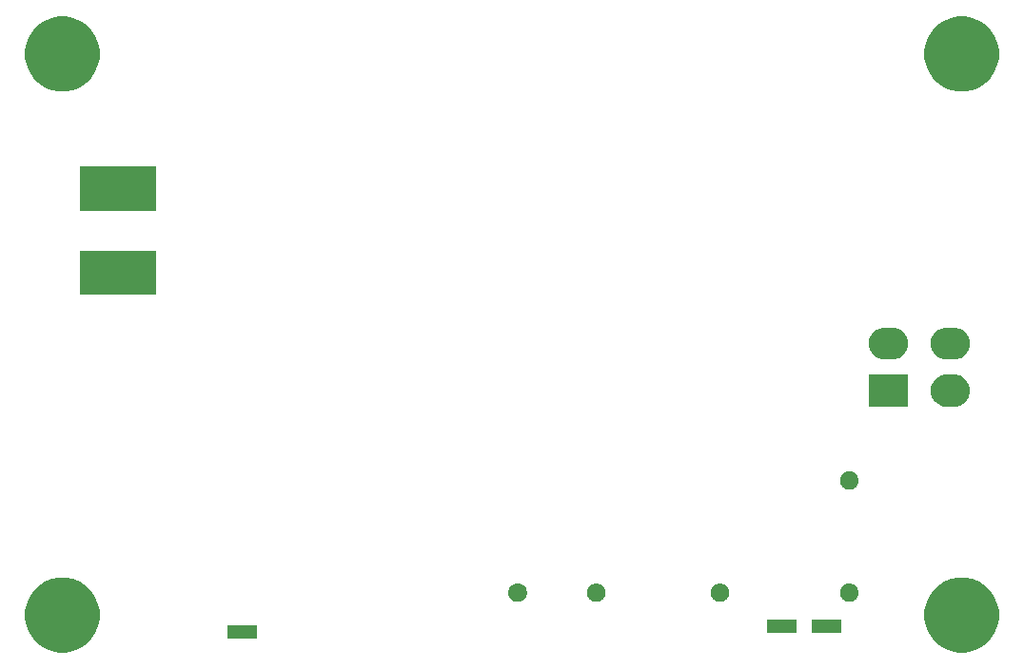
<source format=gbs>
G04 #@! TF.GenerationSoftware,KiCad,Pcbnew,(5.1.0-0)*
G04 #@! TF.CreationDate,2019-04-04T11:20:21+10:30*
G04 #@! TF.ProjectId,wide-input-reg,77696465-2d69-46e7-9075-742d7265672e,rev?*
G04 #@! TF.SameCoordinates,Original*
G04 #@! TF.FileFunction,Soldermask,Bot*
G04 #@! TF.FilePolarity,Negative*
%FSLAX46Y46*%
G04 Gerber Fmt 4.6, Leading zero omitted, Abs format (unit mm)*
G04 Created by KiCad (PCBNEW (5.1.0-0)) date 2019-04-04 11:20:21*
%MOMM*%
%LPD*%
G04 APERTURE LIST*
%ADD10C,0.100000*%
G04 APERTURE END LIST*
D10*
G36*
X184971325Y-100797970D02*
G01*
X185577346Y-101048993D01*
X186122751Y-101413420D01*
X186586580Y-101877249D01*
X186951007Y-102422654D01*
X187202030Y-103028675D01*
X187330000Y-103672024D01*
X187330000Y-104327976D01*
X187202030Y-104971325D01*
X186951007Y-105577346D01*
X186586580Y-106122751D01*
X186122751Y-106586580D01*
X185577346Y-106951007D01*
X184971325Y-107202030D01*
X184327976Y-107330000D01*
X183672024Y-107330000D01*
X183028675Y-107202030D01*
X182422654Y-106951007D01*
X181877249Y-106586580D01*
X181413420Y-106122751D01*
X181048993Y-105577346D01*
X180797970Y-104971325D01*
X180670000Y-104327976D01*
X180670000Y-103672024D01*
X180797970Y-103028675D01*
X181048993Y-102422654D01*
X181413420Y-101877249D01*
X181877249Y-101413420D01*
X182422654Y-101048993D01*
X183028675Y-100797970D01*
X183672024Y-100670000D01*
X184327976Y-100670000D01*
X184971325Y-100797970D01*
X184971325Y-100797970D01*
G37*
G36*
X104971325Y-100797970D02*
G01*
X105577346Y-101048993D01*
X106122751Y-101413420D01*
X106586580Y-101877249D01*
X106951007Y-102422654D01*
X107202030Y-103028675D01*
X107330000Y-103672024D01*
X107330000Y-104327976D01*
X107202030Y-104971325D01*
X106951007Y-105577346D01*
X106586580Y-106122751D01*
X106122751Y-106586580D01*
X105577346Y-106951007D01*
X104971325Y-107202030D01*
X104327976Y-107330000D01*
X103672024Y-107330000D01*
X103028675Y-107202030D01*
X102422654Y-106951007D01*
X101877249Y-106586580D01*
X101413420Y-106122751D01*
X101048993Y-105577346D01*
X100797970Y-104971325D01*
X100670000Y-104327976D01*
X100670000Y-103672024D01*
X100797970Y-103028675D01*
X101048993Y-102422654D01*
X101413420Y-101877249D01*
X101877249Y-101413420D01*
X102422654Y-101048993D01*
X103028675Y-100797970D01*
X103672024Y-100670000D01*
X104327976Y-100670000D01*
X104971325Y-100797970D01*
X104971325Y-100797970D01*
G37*
G36*
X121330000Y-106065000D02*
G01*
X118670000Y-106065000D01*
X118670000Y-104935000D01*
X121330000Y-104935000D01*
X121330000Y-106065000D01*
X121330000Y-106065000D01*
G37*
G36*
X169330000Y-105565000D02*
G01*
X166670000Y-105565000D01*
X166670000Y-104435000D01*
X169330000Y-104435000D01*
X169330000Y-105565000D01*
X169330000Y-105565000D01*
G37*
G36*
X173330000Y-105565000D02*
G01*
X170670000Y-105565000D01*
X170670000Y-104435000D01*
X173330000Y-104435000D01*
X173330000Y-105565000D01*
X173330000Y-105565000D01*
G37*
G36*
X151742102Y-101201896D02*
G01*
X151797900Y-101225009D01*
X151893152Y-101264463D01*
X152029095Y-101355298D01*
X152144702Y-101470905D01*
X152235537Y-101606848D01*
X152274991Y-101702100D01*
X152298104Y-101757898D01*
X152330000Y-101918252D01*
X152330000Y-102081748D01*
X152298104Y-102242102D01*
X152274991Y-102297900D01*
X152235537Y-102393152D01*
X152144702Y-102529095D01*
X152029095Y-102644702D01*
X151893152Y-102735537D01*
X151797900Y-102774991D01*
X151742102Y-102798104D01*
X151581748Y-102830000D01*
X151418252Y-102830000D01*
X151257898Y-102798104D01*
X151202100Y-102774991D01*
X151106848Y-102735537D01*
X150970905Y-102644702D01*
X150855298Y-102529095D01*
X150764463Y-102393152D01*
X150725009Y-102297900D01*
X150701896Y-102242102D01*
X150670000Y-102081748D01*
X150670000Y-101918252D01*
X150701896Y-101757898D01*
X150725009Y-101702100D01*
X150764463Y-101606848D01*
X150855298Y-101470905D01*
X150970905Y-101355298D01*
X151106848Y-101264463D01*
X151202100Y-101225009D01*
X151257898Y-101201896D01*
X151418252Y-101170000D01*
X151581748Y-101170000D01*
X151742102Y-101201896D01*
X151742102Y-101201896D01*
G37*
G36*
X174242102Y-101201896D02*
G01*
X174297900Y-101225009D01*
X174393152Y-101264463D01*
X174529095Y-101355298D01*
X174644702Y-101470905D01*
X174735537Y-101606848D01*
X174774991Y-101702100D01*
X174798104Y-101757898D01*
X174830000Y-101918252D01*
X174830000Y-102081748D01*
X174798104Y-102242102D01*
X174774991Y-102297900D01*
X174735537Y-102393152D01*
X174644702Y-102529095D01*
X174529095Y-102644702D01*
X174393152Y-102735537D01*
X174297900Y-102774991D01*
X174242102Y-102798104D01*
X174081748Y-102830000D01*
X173918252Y-102830000D01*
X173757898Y-102798104D01*
X173702100Y-102774991D01*
X173606848Y-102735537D01*
X173470905Y-102644702D01*
X173355298Y-102529095D01*
X173264463Y-102393152D01*
X173225009Y-102297900D01*
X173201896Y-102242102D01*
X173170000Y-102081748D01*
X173170000Y-101918252D01*
X173201896Y-101757898D01*
X173225009Y-101702100D01*
X173264463Y-101606848D01*
X173355298Y-101470905D01*
X173470905Y-101355298D01*
X173606848Y-101264463D01*
X173702100Y-101225009D01*
X173757898Y-101201896D01*
X173918252Y-101170000D01*
X174081748Y-101170000D01*
X174242102Y-101201896D01*
X174242102Y-101201896D01*
G37*
G36*
X162742102Y-101201896D02*
G01*
X162797900Y-101225009D01*
X162893152Y-101264463D01*
X163029095Y-101355298D01*
X163144702Y-101470905D01*
X163235537Y-101606848D01*
X163274991Y-101702100D01*
X163298104Y-101757898D01*
X163330000Y-101918252D01*
X163330000Y-102081748D01*
X163298104Y-102242102D01*
X163274991Y-102297900D01*
X163235537Y-102393152D01*
X163144702Y-102529095D01*
X163029095Y-102644702D01*
X162893152Y-102735537D01*
X162797900Y-102774991D01*
X162742102Y-102798104D01*
X162581748Y-102830000D01*
X162418252Y-102830000D01*
X162257898Y-102798104D01*
X162202100Y-102774991D01*
X162106848Y-102735537D01*
X161970905Y-102644702D01*
X161855298Y-102529095D01*
X161764463Y-102393152D01*
X161725009Y-102297900D01*
X161701896Y-102242102D01*
X161670000Y-102081748D01*
X161670000Y-101918252D01*
X161701896Y-101757898D01*
X161725009Y-101702100D01*
X161764463Y-101606848D01*
X161855298Y-101470905D01*
X161970905Y-101355298D01*
X162106848Y-101264463D01*
X162202100Y-101225009D01*
X162257898Y-101201896D01*
X162418252Y-101170000D01*
X162581748Y-101170000D01*
X162742102Y-101201896D01*
X162742102Y-101201896D01*
G37*
G36*
X144742102Y-101201896D02*
G01*
X144797900Y-101225009D01*
X144893152Y-101264463D01*
X145029095Y-101355298D01*
X145144702Y-101470905D01*
X145235537Y-101606848D01*
X145274991Y-101702100D01*
X145298104Y-101757898D01*
X145330000Y-101918252D01*
X145330000Y-102081748D01*
X145298104Y-102242102D01*
X145274991Y-102297900D01*
X145235537Y-102393152D01*
X145144702Y-102529095D01*
X145029095Y-102644702D01*
X144893152Y-102735537D01*
X144797900Y-102774991D01*
X144742102Y-102798104D01*
X144581748Y-102830000D01*
X144418252Y-102830000D01*
X144257898Y-102798104D01*
X144202100Y-102774991D01*
X144106848Y-102735537D01*
X143970905Y-102644702D01*
X143855298Y-102529095D01*
X143764463Y-102393152D01*
X143725009Y-102297900D01*
X143701896Y-102242102D01*
X143670000Y-102081748D01*
X143670000Y-101918252D01*
X143701896Y-101757898D01*
X143725009Y-101702100D01*
X143764463Y-101606848D01*
X143855298Y-101470905D01*
X143970905Y-101355298D01*
X144106848Y-101264463D01*
X144202100Y-101225009D01*
X144257898Y-101201896D01*
X144418252Y-101170000D01*
X144581748Y-101170000D01*
X144742102Y-101201896D01*
X144742102Y-101201896D01*
G37*
G36*
X174242102Y-91201896D02*
G01*
X174297900Y-91225009D01*
X174393152Y-91264463D01*
X174529095Y-91355298D01*
X174644702Y-91470905D01*
X174735537Y-91606848D01*
X174774991Y-91702100D01*
X174798104Y-91757898D01*
X174830000Y-91918252D01*
X174830000Y-92081748D01*
X174798104Y-92242102D01*
X174774991Y-92297900D01*
X174735537Y-92393152D01*
X174644702Y-92529095D01*
X174529095Y-92644702D01*
X174393152Y-92735537D01*
X174297900Y-92774991D01*
X174242102Y-92798104D01*
X174081748Y-92830000D01*
X173918252Y-92830000D01*
X173757898Y-92798104D01*
X173702100Y-92774991D01*
X173606848Y-92735537D01*
X173470905Y-92644702D01*
X173355298Y-92529095D01*
X173264463Y-92393152D01*
X173225009Y-92297900D01*
X173201896Y-92242102D01*
X173170000Y-92081748D01*
X173170000Y-91918252D01*
X173201896Y-91757898D01*
X173225009Y-91702100D01*
X173264463Y-91606848D01*
X173355298Y-91470905D01*
X173470905Y-91355298D01*
X173606848Y-91264463D01*
X173702100Y-91225009D01*
X173757898Y-91201896D01*
X173918252Y-91170000D01*
X174081748Y-91170000D01*
X174242102Y-91201896D01*
X174242102Y-91201896D01*
G37*
G36*
X179230000Y-85430000D02*
G01*
X175770000Y-85430000D01*
X175770000Y-82570000D01*
X179230000Y-82570000D01*
X179230000Y-85430000D01*
X179230000Y-85430000D01*
G37*
G36*
X183580329Y-82590691D02*
G01*
X183802484Y-82658081D01*
X183849889Y-82672461D01*
X184098307Y-82805244D01*
X184316055Y-82983945D01*
X184494756Y-83201693D01*
X184627539Y-83450111D01*
X184627540Y-83450115D01*
X184709309Y-83719671D01*
X184736919Y-84000000D01*
X184709309Y-84280329D01*
X184641919Y-84502484D01*
X184627539Y-84549889D01*
X184494756Y-84798307D01*
X184316055Y-85016055D01*
X184098307Y-85194756D01*
X183849889Y-85327539D01*
X183802484Y-85341919D01*
X183580329Y-85409309D01*
X183370250Y-85430000D01*
X182629750Y-85430000D01*
X182419671Y-85409309D01*
X182197516Y-85341919D01*
X182150111Y-85327539D01*
X181901693Y-85194756D01*
X181683945Y-85016055D01*
X181505244Y-84798307D01*
X181372461Y-84549889D01*
X181358081Y-84502484D01*
X181290691Y-84280329D01*
X181263081Y-84000000D01*
X181290691Y-83719671D01*
X181372460Y-83450115D01*
X181372461Y-83450111D01*
X181505244Y-83201693D01*
X181683945Y-82983945D01*
X181901693Y-82805244D01*
X182150111Y-82672461D01*
X182197516Y-82658081D01*
X182419671Y-82590691D01*
X182629750Y-82570000D01*
X183370250Y-82570000D01*
X183580329Y-82590691D01*
X183580329Y-82590691D01*
G37*
G36*
X178080329Y-78390691D02*
G01*
X178302484Y-78458081D01*
X178349889Y-78472461D01*
X178598307Y-78605244D01*
X178816055Y-78783945D01*
X178994756Y-79001693D01*
X179127539Y-79250111D01*
X179127540Y-79250115D01*
X179209309Y-79519671D01*
X179236919Y-79800000D01*
X179209309Y-80080329D01*
X179141919Y-80302484D01*
X179127539Y-80349889D01*
X178994756Y-80598307D01*
X178816055Y-80816055D01*
X178598307Y-80994756D01*
X178349889Y-81127539D01*
X178302484Y-81141919D01*
X178080329Y-81209309D01*
X177870250Y-81230000D01*
X177129750Y-81230000D01*
X176919671Y-81209309D01*
X176697516Y-81141919D01*
X176650111Y-81127539D01*
X176401693Y-80994756D01*
X176183945Y-80816055D01*
X176005244Y-80598307D01*
X175872461Y-80349889D01*
X175858081Y-80302484D01*
X175790691Y-80080329D01*
X175763081Y-79800000D01*
X175790691Y-79519671D01*
X175872460Y-79250115D01*
X175872461Y-79250111D01*
X176005244Y-79001693D01*
X176183945Y-78783945D01*
X176401693Y-78605244D01*
X176650111Y-78472461D01*
X176697516Y-78458081D01*
X176919671Y-78390691D01*
X177129750Y-78370000D01*
X177870250Y-78370000D01*
X178080329Y-78390691D01*
X178080329Y-78390691D01*
G37*
G36*
X183580329Y-78390691D02*
G01*
X183802484Y-78458081D01*
X183849889Y-78472461D01*
X184098307Y-78605244D01*
X184316055Y-78783945D01*
X184494756Y-79001693D01*
X184627539Y-79250111D01*
X184627540Y-79250115D01*
X184709309Y-79519671D01*
X184736919Y-79800000D01*
X184709309Y-80080329D01*
X184641919Y-80302484D01*
X184627539Y-80349889D01*
X184494756Y-80598307D01*
X184316055Y-80816055D01*
X184098307Y-80994756D01*
X183849889Y-81127539D01*
X183802484Y-81141919D01*
X183580329Y-81209309D01*
X183370250Y-81230000D01*
X182629750Y-81230000D01*
X182419671Y-81209309D01*
X182197516Y-81141919D01*
X182150111Y-81127539D01*
X181901693Y-80994756D01*
X181683945Y-80816055D01*
X181505244Y-80598307D01*
X181372461Y-80349889D01*
X181358081Y-80302484D01*
X181290691Y-80080329D01*
X181263081Y-79800000D01*
X181290691Y-79519671D01*
X181372460Y-79250115D01*
X181372461Y-79250111D01*
X181505244Y-79001693D01*
X181683945Y-78783945D01*
X181901693Y-78605244D01*
X182150111Y-78472461D01*
X182197516Y-78458081D01*
X182419671Y-78390691D01*
X182629750Y-78370000D01*
X183370250Y-78370000D01*
X183580329Y-78390691D01*
X183580329Y-78390691D01*
G37*
G36*
X112295000Y-75470000D02*
G01*
X105525000Y-75470000D01*
X105525000Y-71530000D01*
X112295000Y-71530000D01*
X112295000Y-75470000D01*
X112295000Y-75470000D01*
G37*
G36*
X112295000Y-67980000D02*
G01*
X105525000Y-67980000D01*
X105525000Y-64040000D01*
X112295000Y-64040000D01*
X112295000Y-67980000D01*
X112295000Y-67980000D01*
G37*
G36*
X184971325Y-50797970D02*
G01*
X185577346Y-51048993D01*
X186122751Y-51413420D01*
X186586580Y-51877249D01*
X186951007Y-52422654D01*
X187202030Y-53028675D01*
X187330000Y-53672024D01*
X187330000Y-54327976D01*
X187202030Y-54971325D01*
X186951007Y-55577346D01*
X186586580Y-56122751D01*
X186122751Y-56586580D01*
X185577346Y-56951007D01*
X184971325Y-57202030D01*
X184327976Y-57330000D01*
X183672024Y-57330000D01*
X183028675Y-57202030D01*
X182422654Y-56951007D01*
X181877249Y-56586580D01*
X181413420Y-56122751D01*
X181048993Y-55577346D01*
X180797970Y-54971325D01*
X180670000Y-54327976D01*
X180670000Y-53672024D01*
X180797970Y-53028675D01*
X181048993Y-52422654D01*
X181413420Y-51877249D01*
X181877249Y-51413420D01*
X182422654Y-51048993D01*
X183028675Y-50797970D01*
X183672024Y-50670000D01*
X184327976Y-50670000D01*
X184971325Y-50797970D01*
X184971325Y-50797970D01*
G37*
G36*
X104971325Y-50797970D02*
G01*
X105577346Y-51048993D01*
X106122751Y-51413420D01*
X106586580Y-51877249D01*
X106951007Y-52422654D01*
X107202030Y-53028675D01*
X107330000Y-53672024D01*
X107330000Y-54327976D01*
X107202030Y-54971325D01*
X106951007Y-55577346D01*
X106586580Y-56122751D01*
X106122751Y-56586580D01*
X105577346Y-56951007D01*
X104971325Y-57202030D01*
X104327976Y-57330000D01*
X103672024Y-57330000D01*
X103028675Y-57202030D01*
X102422654Y-56951007D01*
X101877249Y-56586580D01*
X101413420Y-56122751D01*
X101048993Y-55577346D01*
X100797970Y-54971325D01*
X100670000Y-54327976D01*
X100670000Y-53672024D01*
X100797970Y-53028675D01*
X101048993Y-52422654D01*
X101413420Y-51877249D01*
X101877249Y-51413420D01*
X102422654Y-51048993D01*
X103028675Y-50797970D01*
X103672024Y-50670000D01*
X104327976Y-50670000D01*
X104971325Y-50797970D01*
X104971325Y-50797970D01*
G37*
M02*

</source>
